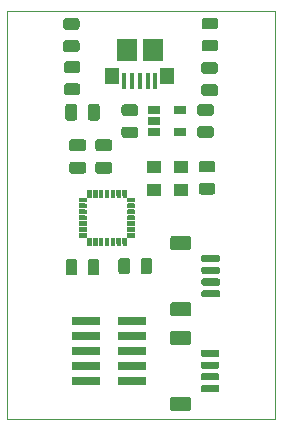
<source format=gbr>
G04 #@! TF.GenerationSoftware,KiCad,Pcbnew,(5.1.5)-3*
G04 #@! TF.CreationDate,2021-10-23T21:46:58-05:00*
G04 #@! TF.ProjectId,STM32QFN28Breakout,53544d33-3251-4464-9e32-38427265616b,rev?*
G04 #@! TF.SameCoordinates,Original*
G04 #@! TF.FileFunction,Paste,Top*
G04 #@! TF.FilePolarity,Positive*
%FSLAX46Y46*%
G04 Gerber Fmt 4.6, Leading zero omitted, Abs format (unit mm)*
G04 Created by KiCad (PCBNEW (5.1.5)-3) date 2021-10-23 21:46:58*
%MOMM*%
%LPD*%
G04 APERTURE LIST*
%ADD10C,0.050000*%
%ADD11C,0.100000*%
%ADD12R,1.150000X1.450000*%
%ADD13R,1.750000X1.900000*%
%ADD14R,0.400000X1.400000*%
%ADD15R,0.299974X0.599948*%
%ADD16R,0.599948X0.299974*%
%ADD17R,2.400000X0.740000*%
%ADD18R,1.300000X1.100000*%
%ADD19R,1.060000X0.650000*%
G04 APERTURE END LIST*
D10*
X200693020Y-76370180D02*
X200693020Y-110929420D01*
X223405700Y-76377800D02*
X200693020Y-76370180D01*
X223405700Y-110975140D02*
X223405700Y-76377800D01*
X200693020Y-110929420D02*
X223405700Y-110975140D01*
D11*
G36*
X210774407Y-91513406D02*
G01*
X210474433Y-91513406D01*
X210474433Y-92113354D01*
X210774407Y-92113354D01*
X210774407Y-91513406D01*
G37*
X210774407Y-91513406D02*
X210474433Y-91513406D01*
X210474433Y-92113354D01*
X210774407Y-92113354D01*
X210774407Y-91513406D01*
G36*
X210274027Y-91513406D02*
G01*
X209974053Y-91513406D01*
X209974053Y-92113354D01*
X210274027Y-92113354D01*
X210274027Y-91513406D01*
G37*
X210274027Y-91513406D02*
X209974053Y-91513406D01*
X209974053Y-92113354D01*
X210274027Y-92113354D01*
X210274027Y-91513406D01*
G36*
X209773647Y-91513406D02*
G01*
X209473673Y-91513406D01*
X209473673Y-92113354D01*
X209773647Y-92113354D01*
X209773647Y-91513406D01*
G37*
X209773647Y-91513406D02*
X209473673Y-91513406D01*
X209473673Y-92113354D01*
X209773647Y-92113354D01*
X209773647Y-91513406D01*
G36*
X209273267Y-91513406D02*
G01*
X208973293Y-91513406D01*
X208973293Y-92113354D01*
X209273267Y-92113354D01*
X209273267Y-91513406D01*
G37*
X209273267Y-91513406D02*
X208973293Y-91513406D01*
X208973293Y-92113354D01*
X209273267Y-92113354D01*
X209273267Y-91513406D01*
G36*
X208772887Y-91513406D02*
G01*
X208472913Y-91513406D01*
X208472913Y-92113354D01*
X208772887Y-92113354D01*
X208772887Y-91513406D01*
G37*
X208772887Y-91513406D02*
X208472913Y-91513406D01*
X208472913Y-92113354D01*
X208772887Y-92113354D01*
X208772887Y-91513406D01*
G36*
X208272507Y-91513406D02*
G01*
X207972533Y-91513406D01*
X207972533Y-92113354D01*
X208272507Y-92113354D01*
X208272507Y-91513406D01*
G37*
X208272507Y-91513406D02*
X207972533Y-91513406D01*
X207972533Y-92113354D01*
X208272507Y-92113354D01*
X208272507Y-91513406D01*
G36*
X207772127Y-91513406D02*
G01*
X207472153Y-91513406D01*
X207472153Y-92113354D01*
X207772127Y-92113354D01*
X207772127Y-91513406D01*
G37*
X207772127Y-91513406D02*
X207472153Y-91513406D01*
X207472153Y-92113354D01*
X207772127Y-92113354D01*
X207772127Y-91513406D01*
G36*
X207378554Y-92206953D02*
G01*
X206778606Y-92206953D01*
X206778606Y-92506927D01*
X207378554Y-92506927D01*
X207378554Y-92206953D01*
G37*
X207378554Y-92206953D02*
X206778606Y-92206953D01*
X206778606Y-92506927D01*
X207378554Y-92506927D01*
X207378554Y-92206953D01*
G36*
X207378554Y-92707333D02*
G01*
X206778606Y-92707333D01*
X206778606Y-93007307D01*
X207378554Y-93007307D01*
X207378554Y-92707333D01*
G37*
X207378554Y-92707333D02*
X206778606Y-92707333D01*
X206778606Y-93007307D01*
X207378554Y-93007307D01*
X207378554Y-92707333D01*
G36*
X207378554Y-93207713D02*
G01*
X206778606Y-93207713D01*
X206778606Y-93507687D01*
X207378554Y-93507687D01*
X207378554Y-93207713D01*
G37*
X207378554Y-93207713D02*
X206778606Y-93207713D01*
X206778606Y-93507687D01*
X207378554Y-93507687D01*
X207378554Y-93207713D01*
G36*
X207378554Y-93708093D02*
G01*
X206778606Y-93708093D01*
X206778606Y-94008067D01*
X207378554Y-94008067D01*
X207378554Y-93708093D01*
G37*
X207378554Y-93708093D02*
X206778606Y-93708093D01*
X206778606Y-94008067D01*
X207378554Y-94008067D01*
X207378554Y-93708093D01*
G36*
X207378554Y-94208473D02*
G01*
X206778606Y-94208473D01*
X206778606Y-94508447D01*
X207378554Y-94508447D01*
X207378554Y-94208473D01*
G37*
X207378554Y-94208473D02*
X206778606Y-94208473D01*
X206778606Y-94508447D01*
X207378554Y-94508447D01*
X207378554Y-94208473D01*
G36*
X207378554Y-94708853D02*
G01*
X206778606Y-94708853D01*
X206778606Y-95008827D01*
X207378554Y-95008827D01*
X207378554Y-94708853D01*
G37*
X207378554Y-94708853D02*
X206778606Y-94708853D01*
X206778606Y-95008827D01*
X207378554Y-95008827D01*
X207378554Y-94708853D01*
G36*
X207378554Y-95209233D02*
G01*
X206778606Y-95209233D01*
X206778606Y-95509207D01*
X207378554Y-95509207D01*
X207378554Y-95209233D01*
G37*
X207378554Y-95209233D02*
X206778606Y-95209233D01*
X206778606Y-95509207D01*
X207378554Y-95509207D01*
X207378554Y-95209233D01*
G36*
X207772127Y-95602806D02*
G01*
X207472153Y-95602806D01*
X207472153Y-96202754D01*
X207772127Y-96202754D01*
X207772127Y-95602806D01*
G37*
X207772127Y-95602806D02*
X207472153Y-95602806D01*
X207472153Y-96202754D01*
X207772127Y-96202754D01*
X207772127Y-95602806D01*
G36*
X208272507Y-95602806D02*
G01*
X207972533Y-95602806D01*
X207972533Y-96202754D01*
X208272507Y-96202754D01*
X208272507Y-95602806D01*
G37*
X208272507Y-95602806D02*
X207972533Y-95602806D01*
X207972533Y-96202754D01*
X208272507Y-96202754D01*
X208272507Y-95602806D01*
G36*
X208772887Y-95602806D02*
G01*
X208472913Y-95602806D01*
X208472913Y-96202754D01*
X208772887Y-96202754D01*
X208772887Y-95602806D01*
G37*
X208772887Y-95602806D02*
X208472913Y-95602806D01*
X208472913Y-96202754D01*
X208772887Y-96202754D01*
X208772887Y-95602806D01*
G36*
X209273267Y-95602806D02*
G01*
X208973293Y-95602806D01*
X208973293Y-96202754D01*
X209273267Y-96202754D01*
X209273267Y-95602806D01*
G37*
X209273267Y-95602806D02*
X208973293Y-95602806D01*
X208973293Y-96202754D01*
X209273267Y-96202754D01*
X209273267Y-95602806D01*
G36*
X209773647Y-95602806D02*
G01*
X209473673Y-95602806D01*
X209473673Y-96202754D01*
X209773647Y-96202754D01*
X209773647Y-95602806D01*
G37*
X209773647Y-95602806D02*
X209473673Y-95602806D01*
X209473673Y-96202754D01*
X209773647Y-96202754D01*
X209773647Y-95602806D01*
G36*
X210274027Y-95602806D02*
G01*
X209974053Y-95602806D01*
X209974053Y-96202754D01*
X210274027Y-96202754D01*
X210274027Y-95602806D01*
G37*
X210274027Y-95602806D02*
X209974053Y-95602806D01*
X209974053Y-96202754D01*
X210274027Y-96202754D01*
X210274027Y-95602806D01*
G36*
X210774407Y-95602806D02*
G01*
X210474433Y-95602806D01*
X210474433Y-96202754D01*
X210774407Y-96202754D01*
X210774407Y-95602806D01*
G37*
X210774407Y-95602806D02*
X210474433Y-95602806D01*
X210474433Y-96202754D01*
X210774407Y-96202754D01*
X210774407Y-95602806D01*
G36*
X211467954Y-95209233D02*
G01*
X210868006Y-95209233D01*
X210868006Y-95509207D01*
X211467954Y-95509207D01*
X211467954Y-95209233D01*
G37*
X211467954Y-95209233D02*
X210868006Y-95209233D01*
X210868006Y-95509207D01*
X211467954Y-95509207D01*
X211467954Y-95209233D01*
G36*
X211467954Y-94708853D02*
G01*
X210868006Y-94708853D01*
X210868006Y-95008827D01*
X211467954Y-95008827D01*
X211467954Y-94708853D01*
G37*
X211467954Y-94708853D02*
X210868006Y-94708853D01*
X210868006Y-95008827D01*
X211467954Y-95008827D01*
X211467954Y-94708853D01*
G36*
X211467954Y-94208473D02*
G01*
X210868006Y-94208473D01*
X210868006Y-94508447D01*
X211467954Y-94508447D01*
X211467954Y-94208473D01*
G37*
X211467954Y-94208473D02*
X210868006Y-94208473D01*
X210868006Y-94508447D01*
X211467954Y-94508447D01*
X211467954Y-94208473D01*
G36*
X211467954Y-93708093D02*
G01*
X210868006Y-93708093D01*
X210868006Y-94008067D01*
X211467954Y-94008067D01*
X211467954Y-93708093D01*
G37*
X211467954Y-93708093D02*
X210868006Y-93708093D01*
X210868006Y-94008067D01*
X211467954Y-94008067D01*
X211467954Y-93708093D01*
G36*
X211467954Y-93207713D02*
G01*
X210868006Y-93207713D01*
X210868006Y-93507687D01*
X211467954Y-93507687D01*
X211467954Y-93207713D01*
G37*
X211467954Y-93207713D02*
X210868006Y-93207713D01*
X210868006Y-93507687D01*
X211467954Y-93507687D01*
X211467954Y-93207713D01*
G36*
X211467954Y-92707333D02*
G01*
X210868006Y-92707333D01*
X210868006Y-93007307D01*
X211467954Y-93007307D01*
X211467954Y-92707333D01*
G37*
X211467954Y-92707333D02*
X210868006Y-92707333D01*
X210868006Y-93007307D01*
X211467954Y-93007307D01*
X211467954Y-92707333D01*
G36*
X211467954Y-92206953D02*
G01*
X210868006Y-92206953D01*
X210868006Y-92506927D01*
X211467954Y-92506927D01*
X211467954Y-92206953D01*
G37*
X211467954Y-92206953D02*
X210868006Y-92206953D01*
X210868006Y-92506927D01*
X211467954Y-92506927D01*
X211467954Y-92206953D01*
D12*
X214257600Y-81929000D03*
X209617600Y-81929000D03*
D13*
X213062600Y-79699000D03*
D14*
X211937600Y-82349000D03*
X211287600Y-82349000D03*
X210637600Y-82349000D03*
X213237600Y-82349000D03*
X212587600Y-82349000D03*
D13*
X210812600Y-79699000D03*
D15*
X210624420Y-91813380D03*
X210124040Y-91813380D03*
X209623660Y-91813380D03*
X209123280Y-91813380D03*
X208622900Y-91813380D03*
X208122520Y-91813380D03*
X207622140Y-91813380D03*
D16*
X207078580Y-92356940D03*
X207078580Y-92857320D03*
X207078580Y-93357700D03*
X207078580Y-93858080D03*
X207078580Y-94358460D03*
X207078580Y-94858840D03*
X207078580Y-95359220D03*
D15*
X207622140Y-95902780D03*
X208122520Y-95902780D03*
X208622900Y-95902780D03*
X209123280Y-95902780D03*
X209623660Y-95902780D03*
X210124040Y-95902780D03*
X210624420Y-95902780D03*
D16*
X211167980Y-95359220D03*
X211167980Y-94858840D03*
X211167980Y-94358460D03*
X211167980Y-93858080D03*
X211167980Y-93357700D03*
X211167980Y-92857320D03*
X211167980Y-92356940D03*
D11*
G36*
X208308164Y-84231584D02*
G01*
X208332433Y-84235184D01*
X208356231Y-84241145D01*
X208379331Y-84249410D01*
X208401509Y-84259900D01*
X208422553Y-84272513D01*
X208442258Y-84287127D01*
X208460437Y-84303603D01*
X208476913Y-84321782D01*
X208491527Y-84341487D01*
X208504140Y-84362531D01*
X208514630Y-84384709D01*
X208522895Y-84407809D01*
X208528856Y-84431607D01*
X208532456Y-84455876D01*
X208533660Y-84480380D01*
X208533660Y-85430380D01*
X208532456Y-85454884D01*
X208528856Y-85479153D01*
X208522895Y-85502951D01*
X208514630Y-85526051D01*
X208504140Y-85548229D01*
X208491527Y-85569273D01*
X208476913Y-85588978D01*
X208460437Y-85607157D01*
X208442258Y-85623633D01*
X208422553Y-85638247D01*
X208401509Y-85650860D01*
X208379331Y-85661350D01*
X208356231Y-85669615D01*
X208332433Y-85675576D01*
X208308164Y-85679176D01*
X208283660Y-85680380D01*
X207783660Y-85680380D01*
X207759156Y-85679176D01*
X207734887Y-85675576D01*
X207711089Y-85669615D01*
X207687989Y-85661350D01*
X207665811Y-85650860D01*
X207644767Y-85638247D01*
X207625062Y-85623633D01*
X207606883Y-85607157D01*
X207590407Y-85588978D01*
X207575793Y-85569273D01*
X207563180Y-85548229D01*
X207552690Y-85526051D01*
X207544425Y-85502951D01*
X207538464Y-85479153D01*
X207534864Y-85454884D01*
X207533660Y-85430380D01*
X207533660Y-84480380D01*
X207534864Y-84455876D01*
X207538464Y-84431607D01*
X207544425Y-84407809D01*
X207552690Y-84384709D01*
X207563180Y-84362531D01*
X207575793Y-84341487D01*
X207590407Y-84321782D01*
X207606883Y-84303603D01*
X207625062Y-84287127D01*
X207644767Y-84272513D01*
X207665811Y-84259900D01*
X207687989Y-84249410D01*
X207711089Y-84241145D01*
X207734887Y-84235184D01*
X207759156Y-84231584D01*
X207783660Y-84230380D01*
X208283660Y-84230380D01*
X208308164Y-84231584D01*
G37*
G36*
X206408164Y-84231584D02*
G01*
X206432433Y-84235184D01*
X206456231Y-84241145D01*
X206479331Y-84249410D01*
X206501509Y-84259900D01*
X206522553Y-84272513D01*
X206542258Y-84287127D01*
X206560437Y-84303603D01*
X206576913Y-84321782D01*
X206591527Y-84341487D01*
X206604140Y-84362531D01*
X206614630Y-84384709D01*
X206622895Y-84407809D01*
X206628856Y-84431607D01*
X206632456Y-84455876D01*
X206633660Y-84480380D01*
X206633660Y-85430380D01*
X206632456Y-85454884D01*
X206628856Y-85479153D01*
X206622895Y-85502951D01*
X206614630Y-85526051D01*
X206604140Y-85548229D01*
X206591527Y-85569273D01*
X206576913Y-85588978D01*
X206560437Y-85607157D01*
X206542258Y-85623633D01*
X206522553Y-85638247D01*
X206501509Y-85650860D01*
X206479331Y-85661350D01*
X206456231Y-85669615D01*
X206432433Y-85675576D01*
X206408164Y-85679176D01*
X206383660Y-85680380D01*
X205883660Y-85680380D01*
X205859156Y-85679176D01*
X205834887Y-85675576D01*
X205811089Y-85669615D01*
X205787989Y-85661350D01*
X205765811Y-85650860D01*
X205744767Y-85638247D01*
X205725062Y-85623633D01*
X205706883Y-85607157D01*
X205690407Y-85588978D01*
X205675793Y-85569273D01*
X205663180Y-85548229D01*
X205652690Y-85526051D01*
X205644425Y-85502951D01*
X205638464Y-85479153D01*
X205634864Y-85454884D01*
X205633660Y-85430380D01*
X205633660Y-84480380D01*
X205634864Y-84455876D01*
X205638464Y-84431607D01*
X205644425Y-84407809D01*
X205652690Y-84384709D01*
X205663180Y-84362531D01*
X205675793Y-84341487D01*
X205690407Y-84321782D01*
X205706883Y-84303603D01*
X205725062Y-84287127D01*
X205744767Y-84272513D01*
X205765811Y-84259900D01*
X205787989Y-84249410D01*
X205811089Y-84241145D01*
X205834887Y-84235184D01*
X205859156Y-84231584D01*
X205883660Y-84230380D01*
X206383660Y-84230380D01*
X206408164Y-84231584D01*
G37*
G36*
X207181844Y-89160704D02*
G01*
X207206113Y-89164304D01*
X207229911Y-89170265D01*
X207253011Y-89178530D01*
X207275189Y-89189020D01*
X207296233Y-89201633D01*
X207315938Y-89216247D01*
X207334117Y-89232723D01*
X207350593Y-89250902D01*
X207365207Y-89270607D01*
X207377820Y-89291651D01*
X207388310Y-89313829D01*
X207396575Y-89336929D01*
X207402536Y-89360727D01*
X207406136Y-89384996D01*
X207407340Y-89409500D01*
X207407340Y-89909500D01*
X207406136Y-89934004D01*
X207402536Y-89958273D01*
X207396575Y-89982071D01*
X207388310Y-90005171D01*
X207377820Y-90027349D01*
X207365207Y-90048393D01*
X207350593Y-90068098D01*
X207334117Y-90086277D01*
X207315938Y-90102753D01*
X207296233Y-90117367D01*
X207275189Y-90129980D01*
X207253011Y-90140470D01*
X207229911Y-90148735D01*
X207206113Y-90154696D01*
X207181844Y-90158296D01*
X207157340Y-90159500D01*
X206207340Y-90159500D01*
X206182836Y-90158296D01*
X206158567Y-90154696D01*
X206134769Y-90148735D01*
X206111669Y-90140470D01*
X206089491Y-90129980D01*
X206068447Y-90117367D01*
X206048742Y-90102753D01*
X206030563Y-90086277D01*
X206014087Y-90068098D01*
X205999473Y-90048393D01*
X205986860Y-90027349D01*
X205976370Y-90005171D01*
X205968105Y-89982071D01*
X205962144Y-89958273D01*
X205958544Y-89934004D01*
X205957340Y-89909500D01*
X205957340Y-89409500D01*
X205958544Y-89384996D01*
X205962144Y-89360727D01*
X205968105Y-89336929D01*
X205976370Y-89313829D01*
X205986860Y-89291651D01*
X205999473Y-89270607D01*
X206014087Y-89250902D01*
X206030563Y-89232723D01*
X206048742Y-89216247D01*
X206068447Y-89201633D01*
X206089491Y-89189020D01*
X206111669Y-89178530D01*
X206134769Y-89170265D01*
X206158567Y-89164304D01*
X206182836Y-89160704D01*
X206207340Y-89159500D01*
X207157340Y-89159500D01*
X207181844Y-89160704D01*
G37*
G36*
X207181844Y-87260704D02*
G01*
X207206113Y-87264304D01*
X207229911Y-87270265D01*
X207253011Y-87278530D01*
X207275189Y-87289020D01*
X207296233Y-87301633D01*
X207315938Y-87316247D01*
X207334117Y-87332723D01*
X207350593Y-87350902D01*
X207365207Y-87370607D01*
X207377820Y-87391651D01*
X207388310Y-87413829D01*
X207396575Y-87436929D01*
X207402536Y-87460727D01*
X207406136Y-87484996D01*
X207407340Y-87509500D01*
X207407340Y-88009500D01*
X207406136Y-88034004D01*
X207402536Y-88058273D01*
X207396575Y-88082071D01*
X207388310Y-88105171D01*
X207377820Y-88127349D01*
X207365207Y-88148393D01*
X207350593Y-88168098D01*
X207334117Y-88186277D01*
X207315938Y-88202753D01*
X207296233Y-88217367D01*
X207275189Y-88229980D01*
X207253011Y-88240470D01*
X207229911Y-88248735D01*
X207206113Y-88254696D01*
X207181844Y-88258296D01*
X207157340Y-88259500D01*
X206207340Y-88259500D01*
X206182836Y-88258296D01*
X206158567Y-88254696D01*
X206134769Y-88248735D01*
X206111669Y-88240470D01*
X206089491Y-88229980D01*
X206068447Y-88217367D01*
X206048742Y-88202753D01*
X206030563Y-88186277D01*
X206014087Y-88168098D01*
X205999473Y-88148393D01*
X205986860Y-88127349D01*
X205976370Y-88105171D01*
X205968105Y-88082071D01*
X205962144Y-88058273D01*
X205958544Y-88034004D01*
X205957340Y-88009500D01*
X205957340Y-87509500D01*
X205958544Y-87484996D01*
X205962144Y-87460727D01*
X205968105Y-87436929D01*
X205976370Y-87413829D01*
X205986860Y-87391651D01*
X205999473Y-87370607D01*
X206014087Y-87350902D01*
X206030563Y-87332723D01*
X206048742Y-87316247D01*
X206068447Y-87301633D01*
X206089491Y-87289020D01*
X206111669Y-87278530D01*
X206134769Y-87270265D01*
X206158567Y-87264304D01*
X206182836Y-87260704D01*
X206207340Y-87259500D01*
X207157340Y-87259500D01*
X207181844Y-87260704D01*
G37*
G36*
X209396724Y-89160704D02*
G01*
X209420993Y-89164304D01*
X209444791Y-89170265D01*
X209467891Y-89178530D01*
X209490069Y-89189020D01*
X209511113Y-89201633D01*
X209530818Y-89216247D01*
X209548997Y-89232723D01*
X209565473Y-89250902D01*
X209580087Y-89270607D01*
X209592700Y-89291651D01*
X209603190Y-89313829D01*
X209611455Y-89336929D01*
X209617416Y-89360727D01*
X209621016Y-89384996D01*
X209622220Y-89409500D01*
X209622220Y-89909500D01*
X209621016Y-89934004D01*
X209617416Y-89958273D01*
X209611455Y-89982071D01*
X209603190Y-90005171D01*
X209592700Y-90027349D01*
X209580087Y-90048393D01*
X209565473Y-90068098D01*
X209548997Y-90086277D01*
X209530818Y-90102753D01*
X209511113Y-90117367D01*
X209490069Y-90129980D01*
X209467891Y-90140470D01*
X209444791Y-90148735D01*
X209420993Y-90154696D01*
X209396724Y-90158296D01*
X209372220Y-90159500D01*
X208422220Y-90159500D01*
X208397716Y-90158296D01*
X208373447Y-90154696D01*
X208349649Y-90148735D01*
X208326549Y-90140470D01*
X208304371Y-90129980D01*
X208283327Y-90117367D01*
X208263622Y-90102753D01*
X208245443Y-90086277D01*
X208228967Y-90068098D01*
X208214353Y-90048393D01*
X208201740Y-90027349D01*
X208191250Y-90005171D01*
X208182985Y-89982071D01*
X208177024Y-89958273D01*
X208173424Y-89934004D01*
X208172220Y-89909500D01*
X208172220Y-89409500D01*
X208173424Y-89384996D01*
X208177024Y-89360727D01*
X208182985Y-89336929D01*
X208191250Y-89313829D01*
X208201740Y-89291651D01*
X208214353Y-89270607D01*
X208228967Y-89250902D01*
X208245443Y-89232723D01*
X208263622Y-89216247D01*
X208283327Y-89201633D01*
X208304371Y-89189020D01*
X208326549Y-89178530D01*
X208349649Y-89170265D01*
X208373447Y-89164304D01*
X208397716Y-89160704D01*
X208422220Y-89159500D01*
X209372220Y-89159500D01*
X209396724Y-89160704D01*
G37*
G36*
X209396724Y-87260704D02*
G01*
X209420993Y-87264304D01*
X209444791Y-87270265D01*
X209467891Y-87278530D01*
X209490069Y-87289020D01*
X209511113Y-87301633D01*
X209530818Y-87316247D01*
X209548997Y-87332723D01*
X209565473Y-87350902D01*
X209580087Y-87370607D01*
X209592700Y-87391651D01*
X209603190Y-87413829D01*
X209611455Y-87436929D01*
X209617416Y-87460727D01*
X209621016Y-87484996D01*
X209622220Y-87509500D01*
X209622220Y-88009500D01*
X209621016Y-88034004D01*
X209617416Y-88058273D01*
X209611455Y-88082071D01*
X209603190Y-88105171D01*
X209592700Y-88127349D01*
X209580087Y-88148393D01*
X209565473Y-88168098D01*
X209548997Y-88186277D01*
X209530818Y-88202753D01*
X209511113Y-88217367D01*
X209490069Y-88229980D01*
X209467891Y-88240470D01*
X209444791Y-88248735D01*
X209420993Y-88254696D01*
X209396724Y-88258296D01*
X209372220Y-88259500D01*
X208422220Y-88259500D01*
X208397716Y-88258296D01*
X208373447Y-88254696D01*
X208349649Y-88248735D01*
X208326549Y-88240470D01*
X208304371Y-88229980D01*
X208283327Y-88217367D01*
X208263622Y-88202753D01*
X208245443Y-88186277D01*
X208228967Y-88168098D01*
X208214353Y-88148393D01*
X208201740Y-88127349D01*
X208191250Y-88105171D01*
X208182985Y-88082071D01*
X208177024Y-88058273D01*
X208173424Y-88034004D01*
X208172220Y-88009500D01*
X208172220Y-87509500D01*
X208173424Y-87484996D01*
X208177024Y-87460727D01*
X208182985Y-87436929D01*
X208191250Y-87413829D01*
X208201740Y-87391651D01*
X208214353Y-87370607D01*
X208228967Y-87350902D01*
X208245443Y-87332723D01*
X208263622Y-87316247D01*
X208283327Y-87301633D01*
X208304371Y-87289020D01*
X208326549Y-87278530D01*
X208349649Y-87270265D01*
X208373447Y-87264304D01*
X208397716Y-87260704D01*
X208422220Y-87259500D01*
X209372220Y-87259500D01*
X209396724Y-87260704D01*
G37*
D17*
X211312040Y-107706160D03*
X207412040Y-107706160D03*
X211312040Y-106436160D03*
X207412040Y-106436160D03*
X211312040Y-105166160D03*
X207412040Y-105166160D03*
X211312040Y-103896160D03*
X207412040Y-103896160D03*
X211312040Y-102626160D03*
X207412040Y-102626160D03*
D11*
G36*
X218570823Y-100039742D02*
G01*
X218585384Y-100041902D01*
X218599663Y-100045479D01*
X218613523Y-100050438D01*
X218626830Y-100056732D01*
X218639456Y-100064300D01*
X218651279Y-100073068D01*
X218662186Y-100082954D01*
X218672072Y-100093861D01*
X218680840Y-100105684D01*
X218688408Y-100118310D01*
X218694702Y-100131617D01*
X218699661Y-100145477D01*
X218703238Y-100159756D01*
X218705398Y-100174317D01*
X218706120Y-100189020D01*
X218706120Y-100489020D01*
X218705398Y-100503723D01*
X218703238Y-100518284D01*
X218699661Y-100532563D01*
X218694702Y-100546423D01*
X218688408Y-100559730D01*
X218680840Y-100572356D01*
X218672072Y-100584179D01*
X218662186Y-100595086D01*
X218651279Y-100604972D01*
X218639456Y-100613740D01*
X218626830Y-100621308D01*
X218613523Y-100627602D01*
X218599663Y-100632561D01*
X218585384Y-100636138D01*
X218570823Y-100638298D01*
X218556120Y-100639020D01*
X217306120Y-100639020D01*
X217291417Y-100638298D01*
X217276856Y-100636138D01*
X217262577Y-100632561D01*
X217248717Y-100627602D01*
X217235410Y-100621308D01*
X217222784Y-100613740D01*
X217210961Y-100604972D01*
X217200054Y-100595086D01*
X217190168Y-100584179D01*
X217181400Y-100572356D01*
X217173832Y-100559730D01*
X217167538Y-100546423D01*
X217162579Y-100532563D01*
X217159002Y-100518284D01*
X217156842Y-100503723D01*
X217156120Y-100489020D01*
X217156120Y-100189020D01*
X217156842Y-100174317D01*
X217159002Y-100159756D01*
X217162579Y-100145477D01*
X217167538Y-100131617D01*
X217173832Y-100118310D01*
X217181400Y-100105684D01*
X217190168Y-100093861D01*
X217200054Y-100082954D01*
X217210961Y-100073068D01*
X217222784Y-100064300D01*
X217235410Y-100056732D01*
X217248717Y-100050438D01*
X217262577Y-100045479D01*
X217276856Y-100041902D01*
X217291417Y-100039742D01*
X217306120Y-100039020D01*
X218556120Y-100039020D01*
X218570823Y-100039742D01*
G37*
G36*
X218570823Y-99039742D02*
G01*
X218585384Y-99041902D01*
X218599663Y-99045479D01*
X218613523Y-99050438D01*
X218626830Y-99056732D01*
X218639456Y-99064300D01*
X218651279Y-99073068D01*
X218662186Y-99082954D01*
X218672072Y-99093861D01*
X218680840Y-99105684D01*
X218688408Y-99118310D01*
X218694702Y-99131617D01*
X218699661Y-99145477D01*
X218703238Y-99159756D01*
X218705398Y-99174317D01*
X218706120Y-99189020D01*
X218706120Y-99489020D01*
X218705398Y-99503723D01*
X218703238Y-99518284D01*
X218699661Y-99532563D01*
X218694702Y-99546423D01*
X218688408Y-99559730D01*
X218680840Y-99572356D01*
X218672072Y-99584179D01*
X218662186Y-99595086D01*
X218651279Y-99604972D01*
X218639456Y-99613740D01*
X218626830Y-99621308D01*
X218613523Y-99627602D01*
X218599663Y-99632561D01*
X218585384Y-99636138D01*
X218570823Y-99638298D01*
X218556120Y-99639020D01*
X217306120Y-99639020D01*
X217291417Y-99638298D01*
X217276856Y-99636138D01*
X217262577Y-99632561D01*
X217248717Y-99627602D01*
X217235410Y-99621308D01*
X217222784Y-99613740D01*
X217210961Y-99604972D01*
X217200054Y-99595086D01*
X217190168Y-99584179D01*
X217181400Y-99572356D01*
X217173832Y-99559730D01*
X217167538Y-99546423D01*
X217162579Y-99532563D01*
X217159002Y-99518284D01*
X217156842Y-99503723D01*
X217156120Y-99489020D01*
X217156120Y-99189020D01*
X217156842Y-99174317D01*
X217159002Y-99159756D01*
X217162579Y-99145477D01*
X217167538Y-99131617D01*
X217173832Y-99118310D01*
X217181400Y-99105684D01*
X217190168Y-99093861D01*
X217200054Y-99082954D01*
X217210961Y-99073068D01*
X217222784Y-99064300D01*
X217235410Y-99056732D01*
X217248717Y-99050438D01*
X217262577Y-99045479D01*
X217276856Y-99041902D01*
X217291417Y-99039742D01*
X217306120Y-99039020D01*
X218556120Y-99039020D01*
X218570823Y-99039742D01*
G37*
G36*
X218570823Y-98039742D02*
G01*
X218585384Y-98041902D01*
X218599663Y-98045479D01*
X218613523Y-98050438D01*
X218626830Y-98056732D01*
X218639456Y-98064300D01*
X218651279Y-98073068D01*
X218662186Y-98082954D01*
X218672072Y-98093861D01*
X218680840Y-98105684D01*
X218688408Y-98118310D01*
X218694702Y-98131617D01*
X218699661Y-98145477D01*
X218703238Y-98159756D01*
X218705398Y-98174317D01*
X218706120Y-98189020D01*
X218706120Y-98489020D01*
X218705398Y-98503723D01*
X218703238Y-98518284D01*
X218699661Y-98532563D01*
X218694702Y-98546423D01*
X218688408Y-98559730D01*
X218680840Y-98572356D01*
X218672072Y-98584179D01*
X218662186Y-98595086D01*
X218651279Y-98604972D01*
X218639456Y-98613740D01*
X218626830Y-98621308D01*
X218613523Y-98627602D01*
X218599663Y-98632561D01*
X218585384Y-98636138D01*
X218570823Y-98638298D01*
X218556120Y-98639020D01*
X217306120Y-98639020D01*
X217291417Y-98638298D01*
X217276856Y-98636138D01*
X217262577Y-98632561D01*
X217248717Y-98627602D01*
X217235410Y-98621308D01*
X217222784Y-98613740D01*
X217210961Y-98604972D01*
X217200054Y-98595086D01*
X217190168Y-98584179D01*
X217181400Y-98572356D01*
X217173832Y-98559730D01*
X217167538Y-98546423D01*
X217162579Y-98532563D01*
X217159002Y-98518284D01*
X217156842Y-98503723D01*
X217156120Y-98489020D01*
X217156120Y-98189020D01*
X217156842Y-98174317D01*
X217159002Y-98159756D01*
X217162579Y-98145477D01*
X217167538Y-98131617D01*
X217173832Y-98118310D01*
X217181400Y-98105684D01*
X217190168Y-98093861D01*
X217200054Y-98082954D01*
X217210961Y-98073068D01*
X217222784Y-98064300D01*
X217235410Y-98056732D01*
X217248717Y-98050438D01*
X217262577Y-98045479D01*
X217276856Y-98041902D01*
X217291417Y-98039742D01*
X217306120Y-98039020D01*
X218556120Y-98039020D01*
X218570823Y-98039742D01*
G37*
G36*
X218570823Y-97039742D02*
G01*
X218585384Y-97041902D01*
X218599663Y-97045479D01*
X218613523Y-97050438D01*
X218626830Y-97056732D01*
X218639456Y-97064300D01*
X218651279Y-97073068D01*
X218662186Y-97082954D01*
X218672072Y-97093861D01*
X218680840Y-97105684D01*
X218688408Y-97118310D01*
X218694702Y-97131617D01*
X218699661Y-97145477D01*
X218703238Y-97159756D01*
X218705398Y-97174317D01*
X218706120Y-97189020D01*
X218706120Y-97489020D01*
X218705398Y-97503723D01*
X218703238Y-97518284D01*
X218699661Y-97532563D01*
X218694702Y-97546423D01*
X218688408Y-97559730D01*
X218680840Y-97572356D01*
X218672072Y-97584179D01*
X218662186Y-97595086D01*
X218651279Y-97604972D01*
X218639456Y-97613740D01*
X218626830Y-97621308D01*
X218613523Y-97627602D01*
X218599663Y-97632561D01*
X218585384Y-97636138D01*
X218570823Y-97638298D01*
X218556120Y-97639020D01*
X217306120Y-97639020D01*
X217291417Y-97638298D01*
X217276856Y-97636138D01*
X217262577Y-97632561D01*
X217248717Y-97627602D01*
X217235410Y-97621308D01*
X217222784Y-97613740D01*
X217210961Y-97604972D01*
X217200054Y-97595086D01*
X217190168Y-97584179D01*
X217181400Y-97572356D01*
X217173832Y-97559730D01*
X217167538Y-97546423D01*
X217162579Y-97532563D01*
X217159002Y-97518284D01*
X217156842Y-97503723D01*
X217156120Y-97489020D01*
X217156120Y-97189020D01*
X217156842Y-97174317D01*
X217159002Y-97159756D01*
X217162579Y-97145477D01*
X217167538Y-97131617D01*
X217173832Y-97118310D01*
X217181400Y-97105684D01*
X217190168Y-97093861D01*
X217200054Y-97082954D01*
X217210961Y-97073068D01*
X217222784Y-97064300D01*
X217235410Y-97056732D01*
X217248717Y-97050438D01*
X217262577Y-97045479D01*
X217276856Y-97041902D01*
X217291417Y-97039742D01*
X217306120Y-97039020D01*
X218556120Y-97039020D01*
X218570823Y-97039742D01*
G37*
G36*
X216080625Y-101040224D02*
G01*
X216104893Y-101043824D01*
X216128692Y-101049785D01*
X216151791Y-101058050D01*
X216173970Y-101068540D01*
X216195013Y-101081152D01*
X216214719Y-101095767D01*
X216232897Y-101112243D01*
X216249373Y-101130421D01*
X216263988Y-101150127D01*
X216276600Y-101171170D01*
X216287090Y-101193349D01*
X216295355Y-101216448D01*
X216301316Y-101240247D01*
X216304916Y-101264515D01*
X216306120Y-101289019D01*
X216306120Y-101989021D01*
X216304916Y-102013525D01*
X216301316Y-102037793D01*
X216295355Y-102061592D01*
X216287090Y-102084691D01*
X216276600Y-102106870D01*
X216263988Y-102127913D01*
X216249373Y-102147619D01*
X216232897Y-102165797D01*
X216214719Y-102182273D01*
X216195013Y-102196888D01*
X216173970Y-102209500D01*
X216151791Y-102219990D01*
X216128692Y-102228255D01*
X216104893Y-102234216D01*
X216080625Y-102237816D01*
X216056121Y-102239020D01*
X214756119Y-102239020D01*
X214731615Y-102237816D01*
X214707347Y-102234216D01*
X214683548Y-102228255D01*
X214660449Y-102219990D01*
X214638270Y-102209500D01*
X214617227Y-102196888D01*
X214597521Y-102182273D01*
X214579343Y-102165797D01*
X214562867Y-102147619D01*
X214548252Y-102127913D01*
X214535640Y-102106870D01*
X214525150Y-102084691D01*
X214516885Y-102061592D01*
X214510924Y-102037793D01*
X214507324Y-102013525D01*
X214506120Y-101989021D01*
X214506120Y-101289019D01*
X214507324Y-101264515D01*
X214510924Y-101240247D01*
X214516885Y-101216448D01*
X214525150Y-101193349D01*
X214535640Y-101171170D01*
X214548252Y-101150127D01*
X214562867Y-101130421D01*
X214579343Y-101112243D01*
X214597521Y-101095767D01*
X214617227Y-101081152D01*
X214638270Y-101068540D01*
X214660449Y-101058050D01*
X214683548Y-101049785D01*
X214707347Y-101043824D01*
X214731615Y-101040224D01*
X214756119Y-101039020D01*
X216056121Y-101039020D01*
X216080625Y-101040224D01*
G37*
G36*
X216080625Y-95440224D02*
G01*
X216104893Y-95443824D01*
X216128692Y-95449785D01*
X216151791Y-95458050D01*
X216173970Y-95468540D01*
X216195013Y-95481152D01*
X216214719Y-95495767D01*
X216232897Y-95512243D01*
X216249373Y-95530421D01*
X216263988Y-95550127D01*
X216276600Y-95571170D01*
X216287090Y-95593349D01*
X216295355Y-95616448D01*
X216301316Y-95640247D01*
X216304916Y-95664515D01*
X216306120Y-95689019D01*
X216306120Y-96389021D01*
X216304916Y-96413525D01*
X216301316Y-96437793D01*
X216295355Y-96461592D01*
X216287090Y-96484691D01*
X216276600Y-96506870D01*
X216263988Y-96527913D01*
X216249373Y-96547619D01*
X216232897Y-96565797D01*
X216214719Y-96582273D01*
X216195013Y-96596888D01*
X216173970Y-96609500D01*
X216151791Y-96619990D01*
X216128692Y-96628255D01*
X216104893Y-96634216D01*
X216080625Y-96637816D01*
X216056121Y-96639020D01*
X214756119Y-96639020D01*
X214731615Y-96637816D01*
X214707347Y-96634216D01*
X214683548Y-96628255D01*
X214660449Y-96619990D01*
X214638270Y-96609500D01*
X214617227Y-96596888D01*
X214597521Y-96582273D01*
X214579343Y-96565797D01*
X214562867Y-96547619D01*
X214548252Y-96527913D01*
X214535640Y-96506870D01*
X214525150Y-96484691D01*
X214516885Y-96461592D01*
X214510924Y-96437793D01*
X214507324Y-96413525D01*
X214506120Y-96389021D01*
X214506120Y-95689019D01*
X214507324Y-95664515D01*
X214510924Y-95640247D01*
X214516885Y-95616448D01*
X214525150Y-95593349D01*
X214535640Y-95571170D01*
X214548252Y-95550127D01*
X214562867Y-95530421D01*
X214579343Y-95512243D01*
X214597521Y-95495767D01*
X214617227Y-95481152D01*
X214638270Y-95468540D01*
X214660449Y-95458050D01*
X214683548Y-95449785D01*
X214707347Y-95443824D01*
X214731615Y-95440224D01*
X214756119Y-95439020D01*
X216056121Y-95439020D01*
X216080625Y-95440224D01*
G37*
G36*
X216047605Y-103469164D02*
G01*
X216071873Y-103472764D01*
X216095672Y-103478725D01*
X216118771Y-103486990D01*
X216140950Y-103497480D01*
X216161993Y-103510092D01*
X216181699Y-103524707D01*
X216199877Y-103541183D01*
X216216353Y-103559361D01*
X216230968Y-103579067D01*
X216243580Y-103600110D01*
X216254070Y-103622289D01*
X216262335Y-103645388D01*
X216268296Y-103669187D01*
X216271896Y-103693455D01*
X216273100Y-103717959D01*
X216273100Y-104417961D01*
X216271896Y-104442465D01*
X216268296Y-104466733D01*
X216262335Y-104490532D01*
X216254070Y-104513631D01*
X216243580Y-104535810D01*
X216230968Y-104556853D01*
X216216353Y-104576559D01*
X216199877Y-104594737D01*
X216181699Y-104611213D01*
X216161993Y-104625828D01*
X216140950Y-104638440D01*
X216118771Y-104648930D01*
X216095672Y-104657195D01*
X216071873Y-104663156D01*
X216047605Y-104666756D01*
X216023101Y-104667960D01*
X214723099Y-104667960D01*
X214698595Y-104666756D01*
X214674327Y-104663156D01*
X214650528Y-104657195D01*
X214627429Y-104648930D01*
X214605250Y-104638440D01*
X214584207Y-104625828D01*
X214564501Y-104611213D01*
X214546323Y-104594737D01*
X214529847Y-104576559D01*
X214515232Y-104556853D01*
X214502620Y-104535810D01*
X214492130Y-104513631D01*
X214483865Y-104490532D01*
X214477904Y-104466733D01*
X214474304Y-104442465D01*
X214473100Y-104417961D01*
X214473100Y-103717959D01*
X214474304Y-103693455D01*
X214477904Y-103669187D01*
X214483865Y-103645388D01*
X214492130Y-103622289D01*
X214502620Y-103600110D01*
X214515232Y-103579067D01*
X214529847Y-103559361D01*
X214546323Y-103541183D01*
X214564501Y-103524707D01*
X214584207Y-103510092D01*
X214605250Y-103497480D01*
X214627429Y-103486990D01*
X214650528Y-103478725D01*
X214674327Y-103472764D01*
X214698595Y-103469164D01*
X214723099Y-103467960D01*
X216023101Y-103467960D01*
X216047605Y-103469164D01*
G37*
G36*
X216047605Y-109069164D02*
G01*
X216071873Y-109072764D01*
X216095672Y-109078725D01*
X216118771Y-109086990D01*
X216140950Y-109097480D01*
X216161993Y-109110092D01*
X216181699Y-109124707D01*
X216199877Y-109141183D01*
X216216353Y-109159361D01*
X216230968Y-109179067D01*
X216243580Y-109200110D01*
X216254070Y-109222289D01*
X216262335Y-109245388D01*
X216268296Y-109269187D01*
X216271896Y-109293455D01*
X216273100Y-109317959D01*
X216273100Y-110017961D01*
X216271896Y-110042465D01*
X216268296Y-110066733D01*
X216262335Y-110090532D01*
X216254070Y-110113631D01*
X216243580Y-110135810D01*
X216230968Y-110156853D01*
X216216353Y-110176559D01*
X216199877Y-110194737D01*
X216181699Y-110211213D01*
X216161993Y-110225828D01*
X216140950Y-110238440D01*
X216118771Y-110248930D01*
X216095672Y-110257195D01*
X216071873Y-110263156D01*
X216047605Y-110266756D01*
X216023101Y-110267960D01*
X214723099Y-110267960D01*
X214698595Y-110266756D01*
X214674327Y-110263156D01*
X214650528Y-110257195D01*
X214627429Y-110248930D01*
X214605250Y-110238440D01*
X214584207Y-110225828D01*
X214564501Y-110211213D01*
X214546323Y-110194737D01*
X214529847Y-110176559D01*
X214515232Y-110156853D01*
X214502620Y-110135810D01*
X214492130Y-110113631D01*
X214483865Y-110090532D01*
X214477904Y-110066733D01*
X214474304Y-110042465D01*
X214473100Y-110017961D01*
X214473100Y-109317959D01*
X214474304Y-109293455D01*
X214477904Y-109269187D01*
X214483865Y-109245388D01*
X214492130Y-109222289D01*
X214502620Y-109200110D01*
X214515232Y-109179067D01*
X214529847Y-109159361D01*
X214546323Y-109141183D01*
X214564501Y-109124707D01*
X214584207Y-109110092D01*
X214605250Y-109097480D01*
X214627429Y-109086990D01*
X214650528Y-109078725D01*
X214674327Y-109072764D01*
X214698595Y-109069164D01*
X214723099Y-109067960D01*
X216023101Y-109067960D01*
X216047605Y-109069164D01*
G37*
G36*
X218537803Y-105068682D02*
G01*
X218552364Y-105070842D01*
X218566643Y-105074419D01*
X218580503Y-105079378D01*
X218593810Y-105085672D01*
X218606436Y-105093240D01*
X218618259Y-105102008D01*
X218629166Y-105111894D01*
X218639052Y-105122801D01*
X218647820Y-105134624D01*
X218655388Y-105147250D01*
X218661682Y-105160557D01*
X218666641Y-105174417D01*
X218670218Y-105188696D01*
X218672378Y-105203257D01*
X218673100Y-105217960D01*
X218673100Y-105517960D01*
X218672378Y-105532663D01*
X218670218Y-105547224D01*
X218666641Y-105561503D01*
X218661682Y-105575363D01*
X218655388Y-105588670D01*
X218647820Y-105601296D01*
X218639052Y-105613119D01*
X218629166Y-105624026D01*
X218618259Y-105633912D01*
X218606436Y-105642680D01*
X218593810Y-105650248D01*
X218580503Y-105656542D01*
X218566643Y-105661501D01*
X218552364Y-105665078D01*
X218537803Y-105667238D01*
X218523100Y-105667960D01*
X217273100Y-105667960D01*
X217258397Y-105667238D01*
X217243836Y-105665078D01*
X217229557Y-105661501D01*
X217215697Y-105656542D01*
X217202390Y-105650248D01*
X217189764Y-105642680D01*
X217177941Y-105633912D01*
X217167034Y-105624026D01*
X217157148Y-105613119D01*
X217148380Y-105601296D01*
X217140812Y-105588670D01*
X217134518Y-105575363D01*
X217129559Y-105561503D01*
X217125982Y-105547224D01*
X217123822Y-105532663D01*
X217123100Y-105517960D01*
X217123100Y-105217960D01*
X217123822Y-105203257D01*
X217125982Y-105188696D01*
X217129559Y-105174417D01*
X217134518Y-105160557D01*
X217140812Y-105147250D01*
X217148380Y-105134624D01*
X217157148Y-105122801D01*
X217167034Y-105111894D01*
X217177941Y-105102008D01*
X217189764Y-105093240D01*
X217202390Y-105085672D01*
X217215697Y-105079378D01*
X217229557Y-105074419D01*
X217243836Y-105070842D01*
X217258397Y-105068682D01*
X217273100Y-105067960D01*
X218523100Y-105067960D01*
X218537803Y-105068682D01*
G37*
G36*
X218537803Y-106068682D02*
G01*
X218552364Y-106070842D01*
X218566643Y-106074419D01*
X218580503Y-106079378D01*
X218593810Y-106085672D01*
X218606436Y-106093240D01*
X218618259Y-106102008D01*
X218629166Y-106111894D01*
X218639052Y-106122801D01*
X218647820Y-106134624D01*
X218655388Y-106147250D01*
X218661682Y-106160557D01*
X218666641Y-106174417D01*
X218670218Y-106188696D01*
X218672378Y-106203257D01*
X218673100Y-106217960D01*
X218673100Y-106517960D01*
X218672378Y-106532663D01*
X218670218Y-106547224D01*
X218666641Y-106561503D01*
X218661682Y-106575363D01*
X218655388Y-106588670D01*
X218647820Y-106601296D01*
X218639052Y-106613119D01*
X218629166Y-106624026D01*
X218618259Y-106633912D01*
X218606436Y-106642680D01*
X218593810Y-106650248D01*
X218580503Y-106656542D01*
X218566643Y-106661501D01*
X218552364Y-106665078D01*
X218537803Y-106667238D01*
X218523100Y-106667960D01*
X217273100Y-106667960D01*
X217258397Y-106667238D01*
X217243836Y-106665078D01*
X217229557Y-106661501D01*
X217215697Y-106656542D01*
X217202390Y-106650248D01*
X217189764Y-106642680D01*
X217177941Y-106633912D01*
X217167034Y-106624026D01*
X217157148Y-106613119D01*
X217148380Y-106601296D01*
X217140812Y-106588670D01*
X217134518Y-106575363D01*
X217129559Y-106561503D01*
X217125982Y-106547224D01*
X217123822Y-106532663D01*
X217123100Y-106517960D01*
X217123100Y-106217960D01*
X217123822Y-106203257D01*
X217125982Y-106188696D01*
X217129559Y-106174417D01*
X217134518Y-106160557D01*
X217140812Y-106147250D01*
X217148380Y-106134624D01*
X217157148Y-106122801D01*
X217167034Y-106111894D01*
X217177941Y-106102008D01*
X217189764Y-106093240D01*
X217202390Y-106085672D01*
X217215697Y-106079378D01*
X217229557Y-106074419D01*
X217243836Y-106070842D01*
X217258397Y-106068682D01*
X217273100Y-106067960D01*
X218523100Y-106067960D01*
X218537803Y-106068682D01*
G37*
G36*
X218537803Y-107068682D02*
G01*
X218552364Y-107070842D01*
X218566643Y-107074419D01*
X218580503Y-107079378D01*
X218593810Y-107085672D01*
X218606436Y-107093240D01*
X218618259Y-107102008D01*
X218629166Y-107111894D01*
X218639052Y-107122801D01*
X218647820Y-107134624D01*
X218655388Y-107147250D01*
X218661682Y-107160557D01*
X218666641Y-107174417D01*
X218670218Y-107188696D01*
X218672378Y-107203257D01*
X218673100Y-107217960D01*
X218673100Y-107517960D01*
X218672378Y-107532663D01*
X218670218Y-107547224D01*
X218666641Y-107561503D01*
X218661682Y-107575363D01*
X218655388Y-107588670D01*
X218647820Y-107601296D01*
X218639052Y-107613119D01*
X218629166Y-107624026D01*
X218618259Y-107633912D01*
X218606436Y-107642680D01*
X218593810Y-107650248D01*
X218580503Y-107656542D01*
X218566643Y-107661501D01*
X218552364Y-107665078D01*
X218537803Y-107667238D01*
X218523100Y-107667960D01*
X217273100Y-107667960D01*
X217258397Y-107667238D01*
X217243836Y-107665078D01*
X217229557Y-107661501D01*
X217215697Y-107656542D01*
X217202390Y-107650248D01*
X217189764Y-107642680D01*
X217177941Y-107633912D01*
X217167034Y-107624026D01*
X217157148Y-107613119D01*
X217148380Y-107601296D01*
X217140812Y-107588670D01*
X217134518Y-107575363D01*
X217129559Y-107561503D01*
X217125982Y-107547224D01*
X217123822Y-107532663D01*
X217123100Y-107517960D01*
X217123100Y-107217960D01*
X217123822Y-107203257D01*
X217125982Y-107188696D01*
X217129559Y-107174417D01*
X217134518Y-107160557D01*
X217140812Y-107147250D01*
X217148380Y-107134624D01*
X217157148Y-107122801D01*
X217167034Y-107111894D01*
X217177941Y-107102008D01*
X217189764Y-107093240D01*
X217202390Y-107085672D01*
X217215697Y-107079378D01*
X217229557Y-107074419D01*
X217243836Y-107070842D01*
X217258397Y-107068682D01*
X217273100Y-107067960D01*
X218523100Y-107067960D01*
X218537803Y-107068682D01*
G37*
G36*
X218537803Y-108068682D02*
G01*
X218552364Y-108070842D01*
X218566643Y-108074419D01*
X218580503Y-108079378D01*
X218593810Y-108085672D01*
X218606436Y-108093240D01*
X218618259Y-108102008D01*
X218629166Y-108111894D01*
X218639052Y-108122801D01*
X218647820Y-108134624D01*
X218655388Y-108147250D01*
X218661682Y-108160557D01*
X218666641Y-108174417D01*
X218670218Y-108188696D01*
X218672378Y-108203257D01*
X218673100Y-108217960D01*
X218673100Y-108517960D01*
X218672378Y-108532663D01*
X218670218Y-108547224D01*
X218666641Y-108561503D01*
X218661682Y-108575363D01*
X218655388Y-108588670D01*
X218647820Y-108601296D01*
X218639052Y-108613119D01*
X218629166Y-108624026D01*
X218618259Y-108633912D01*
X218606436Y-108642680D01*
X218593810Y-108650248D01*
X218580503Y-108656542D01*
X218566643Y-108661501D01*
X218552364Y-108665078D01*
X218537803Y-108667238D01*
X218523100Y-108667960D01*
X217273100Y-108667960D01*
X217258397Y-108667238D01*
X217243836Y-108665078D01*
X217229557Y-108661501D01*
X217215697Y-108656542D01*
X217202390Y-108650248D01*
X217189764Y-108642680D01*
X217177941Y-108633912D01*
X217167034Y-108624026D01*
X217157148Y-108613119D01*
X217148380Y-108601296D01*
X217140812Y-108588670D01*
X217134518Y-108575363D01*
X217129559Y-108561503D01*
X217125982Y-108547224D01*
X217123822Y-108532663D01*
X217123100Y-108517960D01*
X217123100Y-108217960D01*
X217123822Y-108203257D01*
X217125982Y-108188696D01*
X217129559Y-108174417D01*
X217134518Y-108160557D01*
X217140812Y-108147250D01*
X217148380Y-108134624D01*
X217157148Y-108122801D01*
X217167034Y-108111894D01*
X217177941Y-108102008D01*
X217189764Y-108093240D01*
X217202390Y-108085672D01*
X217215697Y-108079378D01*
X217229557Y-108074419D01*
X217243836Y-108070842D01*
X217258397Y-108068682D01*
X217273100Y-108067960D01*
X218523100Y-108067960D01*
X218537803Y-108068682D01*
G37*
G36*
X218107342Y-89083994D02*
G01*
X218131003Y-89087504D01*
X218154207Y-89093316D01*
X218176729Y-89101374D01*
X218198353Y-89111602D01*
X218218870Y-89123899D01*
X218238083Y-89138149D01*
X218255807Y-89154213D01*
X218271871Y-89171937D01*
X218286121Y-89191150D01*
X218298418Y-89211667D01*
X218308646Y-89233291D01*
X218316704Y-89255813D01*
X218322516Y-89279017D01*
X218326026Y-89302678D01*
X218327200Y-89326570D01*
X218327200Y-89814070D01*
X218326026Y-89837962D01*
X218322516Y-89861623D01*
X218316704Y-89884827D01*
X218308646Y-89907349D01*
X218298418Y-89928973D01*
X218286121Y-89949490D01*
X218271871Y-89968703D01*
X218255807Y-89986427D01*
X218238083Y-90002491D01*
X218218870Y-90016741D01*
X218198353Y-90029038D01*
X218176729Y-90039266D01*
X218154207Y-90047324D01*
X218131003Y-90053136D01*
X218107342Y-90056646D01*
X218083450Y-90057820D01*
X217170950Y-90057820D01*
X217147058Y-90056646D01*
X217123397Y-90053136D01*
X217100193Y-90047324D01*
X217077671Y-90039266D01*
X217056047Y-90029038D01*
X217035530Y-90016741D01*
X217016317Y-90002491D01*
X216998593Y-89986427D01*
X216982529Y-89968703D01*
X216968279Y-89949490D01*
X216955982Y-89928973D01*
X216945754Y-89907349D01*
X216937696Y-89884827D01*
X216931884Y-89861623D01*
X216928374Y-89837962D01*
X216927200Y-89814070D01*
X216927200Y-89326570D01*
X216928374Y-89302678D01*
X216931884Y-89279017D01*
X216937696Y-89255813D01*
X216945754Y-89233291D01*
X216955982Y-89211667D01*
X216968279Y-89191150D01*
X216982529Y-89171937D01*
X216998593Y-89154213D01*
X217016317Y-89138149D01*
X217035530Y-89123899D01*
X217056047Y-89111602D01*
X217077671Y-89101374D01*
X217100193Y-89093316D01*
X217123397Y-89087504D01*
X217147058Y-89083994D01*
X217170950Y-89082820D01*
X218083450Y-89082820D01*
X218107342Y-89083994D01*
G37*
G36*
X218107342Y-90958994D02*
G01*
X218131003Y-90962504D01*
X218154207Y-90968316D01*
X218176729Y-90976374D01*
X218198353Y-90986602D01*
X218218870Y-90998899D01*
X218238083Y-91013149D01*
X218255807Y-91029213D01*
X218271871Y-91046937D01*
X218286121Y-91066150D01*
X218298418Y-91086667D01*
X218308646Y-91108291D01*
X218316704Y-91130813D01*
X218322516Y-91154017D01*
X218326026Y-91177678D01*
X218327200Y-91201570D01*
X218327200Y-91689070D01*
X218326026Y-91712962D01*
X218322516Y-91736623D01*
X218316704Y-91759827D01*
X218308646Y-91782349D01*
X218298418Y-91803973D01*
X218286121Y-91824490D01*
X218271871Y-91843703D01*
X218255807Y-91861427D01*
X218238083Y-91877491D01*
X218218870Y-91891741D01*
X218198353Y-91904038D01*
X218176729Y-91914266D01*
X218154207Y-91922324D01*
X218131003Y-91928136D01*
X218107342Y-91931646D01*
X218083450Y-91932820D01*
X217170950Y-91932820D01*
X217147058Y-91931646D01*
X217123397Y-91928136D01*
X217100193Y-91922324D01*
X217077671Y-91914266D01*
X217056047Y-91904038D01*
X217035530Y-91891741D01*
X217016317Y-91877491D01*
X216998593Y-91861427D01*
X216982529Y-91843703D01*
X216968279Y-91824490D01*
X216955982Y-91803973D01*
X216945754Y-91782349D01*
X216937696Y-91759827D01*
X216931884Y-91736623D01*
X216928374Y-91712962D01*
X216927200Y-91689070D01*
X216927200Y-91201570D01*
X216928374Y-91177678D01*
X216931884Y-91154017D01*
X216937696Y-91130813D01*
X216945754Y-91108291D01*
X216955982Y-91086667D01*
X216968279Y-91066150D01*
X216982529Y-91046937D01*
X216998593Y-91029213D01*
X217016317Y-91013149D01*
X217035530Y-90998899D01*
X217056047Y-90986602D01*
X217077671Y-90976374D01*
X217100193Y-90968316D01*
X217123397Y-90962504D01*
X217147058Y-90958994D01*
X217170950Y-90957820D01*
X218083450Y-90957820D01*
X218107342Y-90958994D01*
G37*
D18*
X215444720Y-89634020D03*
X213144720Y-89634020D03*
X213144720Y-91534020D03*
X215444720Y-91534020D03*
D11*
G36*
X211564302Y-86176174D02*
G01*
X211587963Y-86179684D01*
X211611167Y-86185496D01*
X211633689Y-86193554D01*
X211655313Y-86203782D01*
X211675830Y-86216079D01*
X211695043Y-86230329D01*
X211712767Y-86246393D01*
X211728831Y-86264117D01*
X211743081Y-86283330D01*
X211755378Y-86303847D01*
X211765606Y-86325471D01*
X211773664Y-86347993D01*
X211779476Y-86371197D01*
X211782986Y-86394858D01*
X211784160Y-86418750D01*
X211784160Y-86906250D01*
X211782986Y-86930142D01*
X211779476Y-86953803D01*
X211773664Y-86977007D01*
X211765606Y-86999529D01*
X211755378Y-87021153D01*
X211743081Y-87041670D01*
X211728831Y-87060883D01*
X211712767Y-87078607D01*
X211695043Y-87094671D01*
X211675830Y-87108921D01*
X211655313Y-87121218D01*
X211633689Y-87131446D01*
X211611167Y-87139504D01*
X211587963Y-87145316D01*
X211564302Y-87148826D01*
X211540410Y-87150000D01*
X210627910Y-87150000D01*
X210604018Y-87148826D01*
X210580357Y-87145316D01*
X210557153Y-87139504D01*
X210534631Y-87131446D01*
X210513007Y-87121218D01*
X210492490Y-87108921D01*
X210473277Y-87094671D01*
X210455553Y-87078607D01*
X210439489Y-87060883D01*
X210425239Y-87041670D01*
X210412942Y-87021153D01*
X210402714Y-86999529D01*
X210394656Y-86977007D01*
X210388844Y-86953803D01*
X210385334Y-86930142D01*
X210384160Y-86906250D01*
X210384160Y-86418750D01*
X210385334Y-86394858D01*
X210388844Y-86371197D01*
X210394656Y-86347993D01*
X210402714Y-86325471D01*
X210412942Y-86303847D01*
X210425239Y-86283330D01*
X210439489Y-86264117D01*
X210455553Y-86246393D01*
X210473277Y-86230329D01*
X210492490Y-86216079D01*
X210513007Y-86203782D01*
X210534631Y-86193554D01*
X210557153Y-86185496D01*
X210580357Y-86179684D01*
X210604018Y-86176174D01*
X210627910Y-86175000D01*
X211540410Y-86175000D01*
X211564302Y-86176174D01*
G37*
G36*
X211564302Y-84301174D02*
G01*
X211587963Y-84304684D01*
X211611167Y-84310496D01*
X211633689Y-84318554D01*
X211655313Y-84328782D01*
X211675830Y-84341079D01*
X211695043Y-84355329D01*
X211712767Y-84371393D01*
X211728831Y-84389117D01*
X211743081Y-84408330D01*
X211755378Y-84428847D01*
X211765606Y-84450471D01*
X211773664Y-84472993D01*
X211779476Y-84496197D01*
X211782986Y-84519858D01*
X211784160Y-84543750D01*
X211784160Y-85031250D01*
X211782986Y-85055142D01*
X211779476Y-85078803D01*
X211773664Y-85102007D01*
X211765606Y-85124529D01*
X211755378Y-85146153D01*
X211743081Y-85166670D01*
X211728831Y-85185883D01*
X211712767Y-85203607D01*
X211695043Y-85219671D01*
X211675830Y-85233921D01*
X211655313Y-85246218D01*
X211633689Y-85256446D01*
X211611167Y-85264504D01*
X211587963Y-85270316D01*
X211564302Y-85273826D01*
X211540410Y-85275000D01*
X210627910Y-85275000D01*
X210604018Y-85273826D01*
X210580357Y-85270316D01*
X210557153Y-85264504D01*
X210534631Y-85256446D01*
X210513007Y-85246218D01*
X210492490Y-85233921D01*
X210473277Y-85219671D01*
X210455553Y-85203607D01*
X210439489Y-85185883D01*
X210425239Y-85166670D01*
X210412942Y-85146153D01*
X210402714Y-85124529D01*
X210394656Y-85102007D01*
X210388844Y-85078803D01*
X210385334Y-85055142D01*
X210384160Y-85031250D01*
X210384160Y-84543750D01*
X210385334Y-84519858D01*
X210388844Y-84496197D01*
X210394656Y-84472993D01*
X210402714Y-84450471D01*
X210412942Y-84428847D01*
X210425239Y-84408330D01*
X210439489Y-84389117D01*
X210455553Y-84371393D01*
X210473277Y-84355329D01*
X210492490Y-84341079D01*
X210513007Y-84328782D01*
X210534631Y-84318554D01*
X210557153Y-84310496D01*
X210580357Y-84304684D01*
X210604018Y-84301174D01*
X210627910Y-84300000D01*
X211540410Y-84300000D01*
X211564302Y-84301174D01*
G37*
G36*
X217980342Y-84278314D02*
G01*
X218004003Y-84281824D01*
X218027207Y-84287636D01*
X218049729Y-84295694D01*
X218071353Y-84305922D01*
X218091870Y-84318219D01*
X218111083Y-84332469D01*
X218128807Y-84348533D01*
X218144871Y-84366257D01*
X218159121Y-84385470D01*
X218171418Y-84405987D01*
X218181646Y-84427611D01*
X218189704Y-84450133D01*
X218195516Y-84473337D01*
X218199026Y-84496998D01*
X218200200Y-84520890D01*
X218200200Y-85008390D01*
X218199026Y-85032282D01*
X218195516Y-85055943D01*
X218189704Y-85079147D01*
X218181646Y-85101669D01*
X218171418Y-85123293D01*
X218159121Y-85143810D01*
X218144871Y-85163023D01*
X218128807Y-85180747D01*
X218111083Y-85196811D01*
X218091870Y-85211061D01*
X218071353Y-85223358D01*
X218049729Y-85233586D01*
X218027207Y-85241644D01*
X218004003Y-85247456D01*
X217980342Y-85250966D01*
X217956450Y-85252140D01*
X217043950Y-85252140D01*
X217020058Y-85250966D01*
X216996397Y-85247456D01*
X216973193Y-85241644D01*
X216950671Y-85233586D01*
X216929047Y-85223358D01*
X216908530Y-85211061D01*
X216889317Y-85196811D01*
X216871593Y-85180747D01*
X216855529Y-85163023D01*
X216841279Y-85143810D01*
X216828982Y-85123293D01*
X216818754Y-85101669D01*
X216810696Y-85079147D01*
X216804884Y-85055943D01*
X216801374Y-85032282D01*
X216800200Y-85008390D01*
X216800200Y-84520890D01*
X216801374Y-84496998D01*
X216804884Y-84473337D01*
X216810696Y-84450133D01*
X216818754Y-84427611D01*
X216828982Y-84405987D01*
X216841279Y-84385470D01*
X216855529Y-84366257D01*
X216871593Y-84348533D01*
X216889317Y-84332469D01*
X216908530Y-84318219D01*
X216929047Y-84305922D01*
X216950671Y-84295694D01*
X216973193Y-84287636D01*
X216996397Y-84281824D01*
X217020058Y-84278314D01*
X217043950Y-84277140D01*
X217956450Y-84277140D01*
X217980342Y-84278314D01*
G37*
G36*
X217980342Y-86153314D02*
G01*
X218004003Y-86156824D01*
X218027207Y-86162636D01*
X218049729Y-86170694D01*
X218071353Y-86180922D01*
X218091870Y-86193219D01*
X218111083Y-86207469D01*
X218128807Y-86223533D01*
X218144871Y-86241257D01*
X218159121Y-86260470D01*
X218171418Y-86280987D01*
X218181646Y-86302611D01*
X218189704Y-86325133D01*
X218195516Y-86348337D01*
X218199026Y-86371998D01*
X218200200Y-86395890D01*
X218200200Y-86883390D01*
X218199026Y-86907282D01*
X218195516Y-86930943D01*
X218189704Y-86954147D01*
X218181646Y-86976669D01*
X218171418Y-86998293D01*
X218159121Y-87018810D01*
X218144871Y-87038023D01*
X218128807Y-87055747D01*
X218111083Y-87071811D01*
X218091870Y-87086061D01*
X218071353Y-87098358D01*
X218049729Y-87108586D01*
X218027207Y-87116644D01*
X218004003Y-87122456D01*
X217980342Y-87125966D01*
X217956450Y-87127140D01*
X217043950Y-87127140D01*
X217020058Y-87125966D01*
X216996397Y-87122456D01*
X216973193Y-87116644D01*
X216950671Y-87108586D01*
X216929047Y-87098358D01*
X216908530Y-87086061D01*
X216889317Y-87071811D01*
X216871593Y-87055747D01*
X216855529Y-87038023D01*
X216841279Y-87018810D01*
X216828982Y-86998293D01*
X216818754Y-86976669D01*
X216810696Y-86954147D01*
X216804884Y-86930943D01*
X216801374Y-86907282D01*
X216800200Y-86883390D01*
X216800200Y-86395890D01*
X216801374Y-86371998D01*
X216804884Y-86348337D01*
X216810696Y-86325133D01*
X216818754Y-86302611D01*
X216828982Y-86280987D01*
X216841279Y-86260470D01*
X216855529Y-86241257D01*
X216871593Y-86223533D01*
X216889317Y-86207469D01*
X216908530Y-86193219D01*
X216929047Y-86180922D01*
X216950671Y-86170694D01*
X216973193Y-86162636D01*
X216996397Y-86156824D01*
X217020058Y-86153314D01*
X217043950Y-86152140D01*
X217956450Y-86152140D01*
X217980342Y-86153314D01*
G37*
G36*
X218348642Y-76965654D02*
G01*
X218372303Y-76969164D01*
X218395507Y-76974976D01*
X218418029Y-76983034D01*
X218439653Y-76993262D01*
X218460170Y-77005559D01*
X218479383Y-77019809D01*
X218497107Y-77035873D01*
X218513171Y-77053597D01*
X218527421Y-77072810D01*
X218539718Y-77093327D01*
X218549946Y-77114951D01*
X218558004Y-77137473D01*
X218563816Y-77160677D01*
X218567326Y-77184338D01*
X218568500Y-77208230D01*
X218568500Y-77695730D01*
X218567326Y-77719622D01*
X218563816Y-77743283D01*
X218558004Y-77766487D01*
X218549946Y-77789009D01*
X218539718Y-77810633D01*
X218527421Y-77831150D01*
X218513171Y-77850363D01*
X218497107Y-77868087D01*
X218479383Y-77884151D01*
X218460170Y-77898401D01*
X218439653Y-77910698D01*
X218418029Y-77920926D01*
X218395507Y-77928984D01*
X218372303Y-77934796D01*
X218348642Y-77938306D01*
X218324750Y-77939480D01*
X217412250Y-77939480D01*
X217388358Y-77938306D01*
X217364697Y-77934796D01*
X217341493Y-77928984D01*
X217318971Y-77920926D01*
X217297347Y-77910698D01*
X217276830Y-77898401D01*
X217257617Y-77884151D01*
X217239893Y-77868087D01*
X217223829Y-77850363D01*
X217209579Y-77831150D01*
X217197282Y-77810633D01*
X217187054Y-77789009D01*
X217178996Y-77766487D01*
X217173184Y-77743283D01*
X217169674Y-77719622D01*
X217168500Y-77695730D01*
X217168500Y-77208230D01*
X217169674Y-77184338D01*
X217173184Y-77160677D01*
X217178996Y-77137473D01*
X217187054Y-77114951D01*
X217197282Y-77093327D01*
X217209579Y-77072810D01*
X217223829Y-77053597D01*
X217239893Y-77035873D01*
X217257617Y-77019809D01*
X217276830Y-77005559D01*
X217297347Y-76993262D01*
X217318971Y-76983034D01*
X217341493Y-76974976D01*
X217364697Y-76969164D01*
X217388358Y-76965654D01*
X217412250Y-76964480D01*
X218324750Y-76964480D01*
X218348642Y-76965654D01*
G37*
G36*
X218348642Y-78840654D02*
G01*
X218372303Y-78844164D01*
X218395507Y-78849976D01*
X218418029Y-78858034D01*
X218439653Y-78868262D01*
X218460170Y-78880559D01*
X218479383Y-78894809D01*
X218497107Y-78910873D01*
X218513171Y-78928597D01*
X218527421Y-78947810D01*
X218539718Y-78968327D01*
X218549946Y-78989951D01*
X218558004Y-79012473D01*
X218563816Y-79035677D01*
X218567326Y-79059338D01*
X218568500Y-79083230D01*
X218568500Y-79570730D01*
X218567326Y-79594622D01*
X218563816Y-79618283D01*
X218558004Y-79641487D01*
X218549946Y-79664009D01*
X218539718Y-79685633D01*
X218527421Y-79706150D01*
X218513171Y-79725363D01*
X218497107Y-79743087D01*
X218479383Y-79759151D01*
X218460170Y-79773401D01*
X218439653Y-79785698D01*
X218418029Y-79795926D01*
X218395507Y-79803984D01*
X218372303Y-79809796D01*
X218348642Y-79813306D01*
X218324750Y-79814480D01*
X217412250Y-79814480D01*
X217388358Y-79813306D01*
X217364697Y-79809796D01*
X217341493Y-79803984D01*
X217318971Y-79795926D01*
X217297347Y-79785698D01*
X217276830Y-79773401D01*
X217257617Y-79759151D01*
X217239893Y-79743087D01*
X217223829Y-79725363D01*
X217209579Y-79706150D01*
X217197282Y-79685633D01*
X217187054Y-79664009D01*
X217178996Y-79641487D01*
X217173184Y-79618283D01*
X217169674Y-79594622D01*
X217168500Y-79570730D01*
X217168500Y-79083230D01*
X217169674Y-79059338D01*
X217173184Y-79035677D01*
X217178996Y-79012473D01*
X217187054Y-78989951D01*
X217197282Y-78968327D01*
X217209579Y-78947810D01*
X217223829Y-78928597D01*
X217239893Y-78910873D01*
X217257617Y-78894809D01*
X217276830Y-78880559D01*
X217297347Y-78868262D01*
X217318971Y-78858034D01*
X217341493Y-78849976D01*
X217364697Y-78844164D01*
X217388358Y-78840654D01*
X217412250Y-78839480D01*
X218324750Y-78839480D01*
X218348642Y-78840654D01*
G37*
G36*
X206613842Y-78878754D02*
G01*
X206637503Y-78882264D01*
X206660707Y-78888076D01*
X206683229Y-78896134D01*
X206704853Y-78906362D01*
X206725370Y-78918659D01*
X206744583Y-78932909D01*
X206762307Y-78948973D01*
X206778371Y-78966697D01*
X206792621Y-78985910D01*
X206804918Y-79006427D01*
X206815146Y-79028051D01*
X206823204Y-79050573D01*
X206829016Y-79073777D01*
X206832526Y-79097438D01*
X206833700Y-79121330D01*
X206833700Y-79608830D01*
X206832526Y-79632722D01*
X206829016Y-79656383D01*
X206823204Y-79679587D01*
X206815146Y-79702109D01*
X206804918Y-79723733D01*
X206792621Y-79744250D01*
X206778371Y-79763463D01*
X206762307Y-79781187D01*
X206744583Y-79797251D01*
X206725370Y-79811501D01*
X206704853Y-79823798D01*
X206683229Y-79834026D01*
X206660707Y-79842084D01*
X206637503Y-79847896D01*
X206613842Y-79851406D01*
X206589950Y-79852580D01*
X205677450Y-79852580D01*
X205653558Y-79851406D01*
X205629897Y-79847896D01*
X205606693Y-79842084D01*
X205584171Y-79834026D01*
X205562547Y-79823798D01*
X205542030Y-79811501D01*
X205522817Y-79797251D01*
X205505093Y-79781187D01*
X205489029Y-79763463D01*
X205474779Y-79744250D01*
X205462482Y-79723733D01*
X205452254Y-79702109D01*
X205444196Y-79679587D01*
X205438384Y-79656383D01*
X205434874Y-79632722D01*
X205433700Y-79608830D01*
X205433700Y-79121330D01*
X205434874Y-79097438D01*
X205438384Y-79073777D01*
X205444196Y-79050573D01*
X205452254Y-79028051D01*
X205462482Y-79006427D01*
X205474779Y-78985910D01*
X205489029Y-78966697D01*
X205505093Y-78948973D01*
X205522817Y-78932909D01*
X205542030Y-78918659D01*
X205562547Y-78906362D01*
X205584171Y-78896134D01*
X205606693Y-78888076D01*
X205629897Y-78882264D01*
X205653558Y-78878754D01*
X205677450Y-78877580D01*
X206589950Y-78877580D01*
X206613842Y-78878754D01*
G37*
G36*
X206613842Y-77003754D02*
G01*
X206637503Y-77007264D01*
X206660707Y-77013076D01*
X206683229Y-77021134D01*
X206704853Y-77031362D01*
X206725370Y-77043659D01*
X206744583Y-77057909D01*
X206762307Y-77073973D01*
X206778371Y-77091697D01*
X206792621Y-77110910D01*
X206804918Y-77131427D01*
X206815146Y-77153051D01*
X206823204Y-77175573D01*
X206829016Y-77198777D01*
X206832526Y-77222438D01*
X206833700Y-77246330D01*
X206833700Y-77733830D01*
X206832526Y-77757722D01*
X206829016Y-77781383D01*
X206823204Y-77804587D01*
X206815146Y-77827109D01*
X206804918Y-77848733D01*
X206792621Y-77869250D01*
X206778371Y-77888463D01*
X206762307Y-77906187D01*
X206744583Y-77922251D01*
X206725370Y-77936501D01*
X206704853Y-77948798D01*
X206683229Y-77959026D01*
X206660707Y-77967084D01*
X206637503Y-77972896D01*
X206613842Y-77976406D01*
X206589950Y-77977580D01*
X205677450Y-77977580D01*
X205653558Y-77976406D01*
X205629897Y-77972896D01*
X205606693Y-77967084D01*
X205584171Y-77959026D01*
X205562547Y-77948798D01*
X205542030Y-77936501D01*
X205522817Y-77922251D01*
X205505093Y-77906187D01*
X205489029Y-77888463D01*
X205474779Y-77869250D01*
X205462482Y-77848733D01*
X205452254Y-77827109D01*
X205444196Y-77804587D01*
X205438384Y-77781383D01*
X205434874Y-77757722D01*
X205433700Y-77733830D01*
X205433700Y-77246330D01*
X205434874Y-77222438D01*
X205438384Y-77198777D01*
X205444196Y-77175573D01*
X205452254Y-77153051D01*
X205462482Y-77131427D01*
X205474779Y-77110910D01*
X205489029Y-77091697D01*
X205505093Y-77073973D01*
X205522817Y-77057909D01*
X205542030Y-77043659D01*
X205562547Y-77031362D01*
X205584171Y-77021134D01*
X205606693Y-77013076D01*
X205629897Y-77007264D01*
X205653558Y-77003754D01*
X205677450Y-77002580D01*
X206589950Y-77002580D01*
X206613842Y-77003754D01*
G37*
G36*
X206413802Y-97375654D02*
G01*
X206437463Y-97379164D01*
X206460667Y-97384976D01*
X206483189Y-97393034D01*
X206504813Y-97403262D01*
X206525330Y-97415559D01*
X206544543Y-97429809D01*
X206562267Y-97445873D01*
X206578331Y-97463597D01*
X206592581Y-97482810D01*
X206604878Y-97503327D01*
X206615106Y-97524951D01*
X206623164Y-97547473D01*
X206628976Y-97570677D01*
X206632486Y-97594338D01*
X206633660Y-97618230D01*
X206633660Y-98530730D01*
X206632486Y-98554622D01*
X206628976Y-98578283D01*
X206623164Y-98601487D01*
X206615106Y-98624009D01*
X206604878Y-98645633D01*
X206592581Y-98666150D01*
X206578331Y-98685363D01*
X206562267Y-98703087D01*
X206544543Y-98719151D01*
X206525330Y-98733401D01*
X206504813Y-98745698D01*
X206483189Y-98755926D01*
X206460667Y-98763984D01*
X206437463Y-98769796D01*
X206413802Y-98773306D01*
X206389910Y-98774480D01*
X205902410Y-98774480D01*
X205878518Y-98773306D01*
X205854857Y-98769796D01*
X205831653Y-98763984D01*
X205809131Y-98755926D01*
X205787507Y-98745698D01*
X205766990Y-98733401D01*
X205747777Y-98719151D01*
X205730053Y-98703087D01*
X205713989Y-98685363D01*
X205699739Y-98666150D01*
X205687442Y-98645633D01*
X205677214Y-98624009D01*
X205669156Y-98601487D01*
X205663344Y-98578283D01*
X205659834Y-98554622D01*
X205658660Y-98530730D01*
X205658660Y-97618230D01*
X205659834Y-97594338D01*
X205663344Y-97570677D01*
X205669156Y-97547473D01*
X205677214Y-97524951D01*
X205687442Y-97503327D01*
X205699739Y-97482810D01*
X205713989Y-97463597D01*
X205730053Y-97445873D01*
X205747777Y-97429809D01*
X205766990Y-97415559D01*
X205787507Y-97403262D01*
X205809131Y-97393034D01*
X205831653Y-97384976D01*
X205854857Y-97379164D01*
X205878518Y-97375654D01*
X205902410Y-97374480D01*
X206389910Y-97374480D01*
X206413802Y-97375654D01*
G37*
G36*
X208288802Y-97375654D02*
G01*
X208312463Y-97379164D01*
X208335667Y-97384976D01*
X208358189Y-97393034D01*
X208379813Y-97403262D01*
X208400330Y-97415559D01*
X208419543Y-97429809D01*
X208437267Y-97445873D01*
X208453331Y-97463597D01*
X208467581Y-97482810D01*
X208479878Y-97503327D01*
X208490106Y-97524951D01*
X208498164Y-97547473D01*
X208503976Y-97570677D01*
X208507486Y-97594338D01*
X208508660Y-97618230D01*
X208508660Y-98530730D01*
X208507486Y-98554622D01*
X208503976Y-98578283D01*
X208498164Y-98601487D01*
X208490106Y-98624009D01*
X208479878Y-98645633D01*
X208467581Y-98666150D01*
X208453331Y-98685363D01*
X208437267Y-98703087D01*
X208419543Y-98719151D01*
X208400330Y-98733401D01*
X208379813Y-98745698D01*
X208358189Y-98755926D01*
X208335667Y-98763984D01*
X208312463Y-98769796D01*
X208288802Y-98773306D01*
X208264910Y-98774480D01*
X207777410Y-98774480D01*
X207753518Y-98773306D01*
X207729857Y-98769796D01*
X207706653Y-98763984D01*
X207684131Y-98755926D01*
X207662507Y-98745698D01*
X207641990Y-98733401D01*
X207622777Y-98719151D01*
X207605053Y-98703087D01*
X207588989Y-98685363D01*
X207574739Y-98666150D01*
X207562442Y-98645633D01*
X207552214Y-98624009D01*
X207544156Y-98601487D01*
X207538344Y-98578283D01*
X207534834Y-98554622D01*
X207533660Y-98530730D01*
X207533660Y-97618230D01*
X207534834Y-97594338D01*
X207538344Y-97570677D01*
X207544156Y-97547473D01*
X207552214Y-97524951D01*
X207562442Y-97503327D01*
X207574739Y-97482810D01*
X207588989Y-97463597D01*
X207605053Y-97445873D01*
X207622777Y-97429809D01*
X207641990Y-97415559D01*
X207662507Y-97403262D01*
X207684131Y-97393034D01*
X207706653Y-97384976D01*
X207729857Y-97379164D01*
X207753518Y-97375654D01*
X207777410Y-97374480D01*
X208264910Y-97374480D01*
X208288802Y-97375654D01*
G37*
G36*
X212759202Y-97284214D02*
G01*
X212782863Y-97287724D01*
X212806067Y-97293536D01*
X212828589Y-97301594D01*
X212850213Y-97311822D01*
X212870730Y-97324119D01*
X212889943Y-97338369D01*
X212907667Y-97354433D01*
X212923731Y-97372157D01*
X212937981Y-97391370D01*
X212950278Y-97411887D01*
X212960506Y-97433511D01*
X212968564Y-97456033D01*
X212974376Y-97479237D01*
X212977886Y-97502898D01*
X212979060Y-97526790D01*
X212979060Y-98439290D01*
X212977886Y-98463182D01*
X212974376Y-98486843D01*
X212968564Y-98510047D01*
X212960506Y-98532569D01*
X212950278Y-98554193D01*
X212937981Y-98574710D01*
X212923731Y-98593923D01*
X212907667Y-98611647D01*
X212889943Y-98627711D01*
X212870730Y-98641961D01*
X212850213Y-98654258D01*
X212828589Y-98664486D01*
X212806067Y-98672544D01*
X212782863Y-98678356D01*
X212759202Y-98681866D01*
X212735310Y-98683040D01*
X212247810Y-98683040D01*
X212223918Y-98681866D01*
X212200257Y-98678356D01*
X212177053Y-98672544D01*
X212154531Y-98664486D01*
X212132907Y-98654258D01*
X212112390Y-98641961D01*
X212093177Y-98627711D01*
X212075453Y-98611647D01*
X212059389Y-98593923D01*
X212045139Y-98574710D01*
X212032842Y-98554193D01*
X212022614Y-98532569D01*
X212014556Y-98510047D01*
X212008744Y-98486843D01*
X212005234Y-98463182D01*
X212004060Y-98439290D01*
X212004060Y-97526790D01*
X212005234Y-97502898D01*
X212008744Y-97479237D01*
X212014556Y-97456033D01*
X212022614Y-97433511D01*
X212032842Y-97411887D01*
X212045139Y-97391370D01*
X212059389Y-97372157D01*
X212075453Y-97354433D01*
X212093177Y-97338369D01*
X212112390Y-97324119D01*
X212132907Y-97311822D01*
X212154531Y-97301594D01*
X212177053Y-97293536D01*
X212200257Y-97287724D01*
X212223918Y-97284214D01*
X212247810Y-97283040D01*
X212735310Y-97283040D01*
X212759202Y-97284214D01*
G37*
G36*
X210884202Y-97284214D02*
G01*
X210907863Y-97287724D01*
X210931067Y-97293536D01*
X210953589Y-97301594D01*
X210975213Y-97311822D01*
X210995730Y-97324119D01*
X211014943Y-97338369D01*
X211032667Y-97354433D01*
X211048731Y-97372157D01*
X211062981Y-97391370D01*
X211075278Y-97411887D01*
X211085506Y-97433511D01*
X211093564Y-97456033D01*
X211099376Y-97479237D01*
X211102886Y-97502898D01*
X211104060Y-97526790D01*
X211104060Y-98439290D01*
X211102886Y-98463182D01*
X211099376Y-98486843D01*
X211093564Y-98510047D01*
X211085506Y-98532569D01*
X211075278Y-98554193D01*
X211062981Y-98574710D01*
X211048731Y-98593923D01*
X211032667Y-98611647D01*
X211014943Y-98627711D01*
X210995730Y-98641961D01*
X210975213Y-98654258D01*
X210953589Y-98664486D01*
X210931067Y-98672544D01*
X210907863Y-98678356D01*
X210884202Y-98681866D01*
X210860310Y-98683040D01*
X210372810Y-98683040D01*
X210348918Y-98681866D01*
X210325257Y-98678356D01*
X210302053Y-98672544D01*
X210279531Y-98664486D01*
X210257907Y-98654258D01*
X210237390Y-98641961D01*
X210218177Y-98627711D01*
X210200453Y-98611647D01*
X210184389Y-98593923D01*
X210170139Y-98574710D01*
X210157842Y-98554193D01*
X210147614Y-98532569D01*
X210139556Y-98510047D01*
X210133744Y-98486843D01*
X210130234Y-98463182D01*
X210129060Y-98439290D01*
X210129060Y-97526790D01*
X210130234Y-97502898D01*
X210133744Y-97479237D01*
X210139556Y-97456033D01*
X210147614Y-97433511D01*
X210157842Y-97411887D01*
X210170139Y-97391370D01*
X210184389Y-97372157D01*
X210200453Y-97354433D01*
X210218177Y-97338369D01*
X210237390Y-97324119D01*
X210257907Y-97311822D01*
X210279531Y-97301594D01*
X210302053Y-97293536D01*
X210325257Y-97287724D01*
X210348918Y-97284214D01*
X210372810Y-97283040D01*
X210860310Y-97283040D01*
X210884202Y-97284214D01*
G37*
G36*
X218325782Y-82604934D02*
G01*
X218349443Y-82608444D01*
X218372647Y-82614256D01*
X218395169Y-82622314D01*
X218416793Y-82632542D01*
X218437310Y-82644839D01*
X218456523Y-82659089D01*
X218474247Y-82675153D01*
X218490311Y-82692877D01*
X218504561Y-82712090D01*
X218516858Y-82732607D01*
X218527086Y-82754231D01*
X218535144Y-82776753D01*
X218540956Y-82799957D01*
X218544466Y-82823618D01*
X218545640Y-82847510D01*
X218545640Y-83335010D01*
X218544466Y-83358902D01*
X218540956Y-83382563D01*
X218535144Y-83405767D01*
X218527086Y-83428289D01*
X218516858Y-83449913D01*
X218504561Y-83470430D01*
X218490311Y-83489643D01*
X218474247Y-83507367D01*
X218456523Y-83523431D01*
X218437310Y-83537681D01*
X218416793Y-83549978D01*
X218395169Y-83560206D01*
X218372647Y-83568264D01*
X218349443Y-83574076D01*
X218325782Y-83577586D01*
X218301890Y-83578760D01*
X217389390Y-83578760D01*
X217365498Y-83577586D01*
X217341837Y-83574076D01*
X217318633Y-83568264D01*
X217296111Y-83560206D01*
X217274487Y-83549978D01*
X217253970Y-83537681D01*
X217234757Y-83523431D01*
X217217033Y-83507367D01*
X217200969Y-83489643D01*
X217186719Y-83470430D01*
X217174422Y-83449913D01*
X217164194Y-83428289D01*
X217156136Y-83405767D01*
X217150324Y-83382563D01*
X217146814Y-83358902D01*
X217145640Y-83335010D01*
X217145640Y-82847510D01*
X217146814Y-82823618D01*
X217150324Y-82799957D01*
X217156136Y-82776753D01*
X217164194Y-82754231D01*
X217174422Y-82732607D01*
X217186719Y-82712090D01*
X217200969Y-82692877D01*
X217217033Y-82675153D01*
X217234757Y-82659089D01*
X217253970Y-82644839D01*
X217274487Y-82632542D01*
X217296111Y-82622314D01*
X217318633Y-82614256D01*
X217341837Y-82608444D01*
X217365498Y-82604934D01*
X217389390Y-82603760D01*
X218301890Y-82603760D01*
X218325782Y-82604934D01*
G37*
G36*
X218325782Y-80729934D02*
G01*
X218349443Y-80733444D01*
X218372647Y-80739256D01*
X218395169Y-80747314D01*
X218416793Y-80757542D01*
X218437310Y-80769839D01*
X218456523Y-80784089D01*
X218474247Y-80800153D01*
X218490311Y-80817877D01*
X218504561Y-80837090D01*
X218516858Y-80857607D01*
X218527086Y-80879231D01*
X218535144Y-80901753D01*
X218540956Y-80924957D01*
X218544466Y-80948618D01*
X218545640Y-80972510D01*
X218545640Y-81460010D01*
X218544466Y-81483902D01*
X218540956Y-81507563D01*
X218535144Y-81530767D01*
X218527086Y-81553289D01*
X218516858Y-81574913D01*
X218504561Y-81595430D01*
X218490311Y-81614643D01*
X218474247Y-81632367D01*
X218456523Y-81648431D01*
X218437310Y-81662681D01*
X218416793Y-81674978D01*
X218395169Y-81685206D01*
X218372647Y-81693264D01*
X218349443Y-81699076D01*
X218325782Y-81702586D01*
X218301890Y-81703760D01*
X217389390Y-81703760D01*
X217365498Y-81702586D01*
X217341837Y-81699076D01*
X217318633Y-81693264D01*
X217296111Y-81685206D01*
X217274487Y-81674978D01*
X217253970Y-81662681D01*
X217234757Y-81648431D01*
X217217033Y-81632367D01*
X217200969Y-81614643D01*
X217186719Y-81595430D01*
X217174422Y-81574913D01*
X217164194Y-81553289D01*
X217156136Y-81530767D01*
X217150324Y-81507563D01*
X217146814Y-81483902D01*
X217145640Y-81460010D01*
X217145640Y-80972510D01*
X217146814Y-80948618D01*
X217150324Y-80924957D01*
X217156136Y-80901753D01*
X217164194Y-80879231D01*
X217174422Y-80857607D01*
X217186719Y-80837090D01*
X217200969Y-80817877D01*
X217217033Y-80800153D01*
X217234757Y-80784089D01*
X217253970Y-80769839D01*
X217274487Y-80757542D01*
X217296111Y-80747314D01*
X217318633Y-80739256D01*
X217341837Y-80733444D01*
X217365498Y-80729934D01*
X217389390Y-80728760D01*
X218301890Y-80728760D01*
X218325782Y-80729934D01*
G37*
G36*
X206687502Y-82521114D02*
G01*
X206711163Y-82524624D01*
X206734367Y-82530436D01*
X206756889Y-82538494D01*
X206778513Y-82548722D01*
X206799030Y-82561019D01*
X206818243Y-82575269D01*
X206835967Y-82591333D01*
X206852031Y-82609057D01*
X206866281Y-82628270D01*
X206878578Y-82648787D01*
X206888806Y-82670411D01*
X206896864Y-82692933D01*
X206902676Y-82716137D01*
X206906186Y-82739798D01*
X206907360Y-82763690D01*
X206907360Y-83251190D01*
X206906186Y-83275082D01*
X206902676Y-83298743D01*
X206896864Y-83321947D01*
X206888806Y-83344469D01*
X206878578Y-83366093D01*
X206866281Y-83386610D01*
X206852031Y-83405823D01*
X206835967Y-83423547D01*
X206818243Y-83439611D01*
X206799030Y-83453861D01*
X206778513Y-83466158D01*
X206756889Y-83476386D01*
X206734367Y-83484444D01*
X206711163Y-83490256D01*
X206687502Y-83493766D01*
X206663610Y-83494940D01*
X205751110Y-83494940D01*
X205727218Y-83493766D01*
X205703557Y-83490256D01*
X205680353Y-83484444D01*
X205657831Y-83476386D01*
X205636207Y-83466158D01*
X205615690Y-83453861D01*
X205596477Y-83439611D01*
X205578753Y-83423547D01*
X205562689Y-83405823D01*
X205548439Y-83386610D01*
X205536142Y-83366093D01*
X205525914Y-83344469D01*
X205517856Y-83321947D01*
X205512044Y-83298743D01*
X205508534Y-83275082D01*
X205507360Y-83251190D01*
X205507360Y-82763690D01*
X205508534Y-82739798D01*
X205512044Y-82716137D01*
X205517856Y-82692933D01*
X205525914Y-82670411D01*
X205536142Y-82648787D01*
X205548439Y-82628270D01*
X205562689Y-82609057D01*
X205578753Y-82591333D01*
X205596477Y-82575269D01*
X205615690Y-82561019D01*
X205636207Y-82548722D01*
X205657831Y-82538494D01*
X205680353Y-82530436D01*
X205703557Y-82524624D01*
X205727218Y-82521114D01*
X205751110Y-82519940D01*
X206663610Y-82519940D01*
X206687502Y-82521114D01*
G37*
G36*
X206687502Y-80646114D02*
G01*
X206711163Y-80649624D01*
X206734367Y-80655436D01*
X206756889Y-80663494D01*
X206778513Y-80673722D01*
X206799030Y-80686019D01*
X206818243Y-80700269D01*
X206835967Y-80716333D01*
X206852031Y-80734057D01*
X206866281Y-80753270D01*
X206878578Y-80773787D01*
X206888806Y-80795411D01*
X206896864Y-80817933D01*
X206902676Y-80841137D01*
X206906186Y-80864798D01*
X206907360Y-80888690D01*
X206907360Y-81376190D01*
X206906186Y-81400082D01*
X206902676Y-81423743D01*
X206896864Y-81446947D01*
X206888806Y-81469469D01*
X206878578Y-81491093D01*
X206866281Y-81511610D01*
X206852031Y-81530823D01*
X206835967Y-81548547D01*
X206818243Y-81564611D01*
X206799030Y-81578861D01*
X206778513Y-81591158D01*
X206756889Y-81601386D01*
X206734367Y-81609444D01*
X206711163Y-81615256D01*
X206687502Y-81618766D01*
X206663610Y-81619940D01*
X205751110Y-81619940D01*
X205727218Y-81618766D01*
X205703557Y-81615256D01*
X205680353Y-81609444D01*
X205657831Y-81601386D01*
X205636207Y-81591158D01*
X205615690Y-81578861D01*
X205596477Y-81564611D01*
X205578753Y-81548547D01*
X205562689Y-81530823D01*
X205548439Y-81511610D01*
X205536142Y-81491093D01*
X205525914Y-81469469D01*
X205517856Y-81446947D01*
X205512044Y-81423743D01*
X205508534Y-81400082D01*
X205507360Y-81376190D01*
X205507360Y-80888690D01*
X205508534Y-80864798D01*
X205512044Y-80841137D01*
X205517856Y-80817933D01*
X205525914Y-80795411D01*
X205536142Y-80773787D01*
X205548439Y-80753270D01*
X205562689Y-80734057D01*
X205578753Y-80716333D01*
X205596477Y-80700269D01*
X205615690Y-80686019D01*
X205636207Y-80673722D01*
X205657831Y-80663494D01*
X205680353Y-80655436D01*
X205703557Y-80649624D01*
X205727218Y-80646114D01*
X205751110Y-80644940D01*
X206663610Y-80644940D01*
X206687502Y-80646114D01*
G37*
D19*
X213164240Y-84757220D03*
X213164240Y-85707220D03*
X213164240Y-86657220D03*
X215364240Y-86657220D03*
X215364240Y-84757220D03*
M02*

</source>
